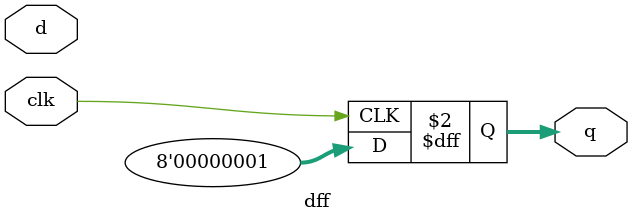
<source format=sv>
`timescale 1us/1ns

module dff (
    input  logic clk, 
    input  logic [7:0] d,
    output logic [7:0] q
);

`ifdef COCOTB_SIM
initial begin
  $dumpfile ("dff.vcd");
  $dumpvars (0, dff);
  #1;
end
`endif

always @(posedge clk)
    q <= 8'b1;

endmodule
</source>
